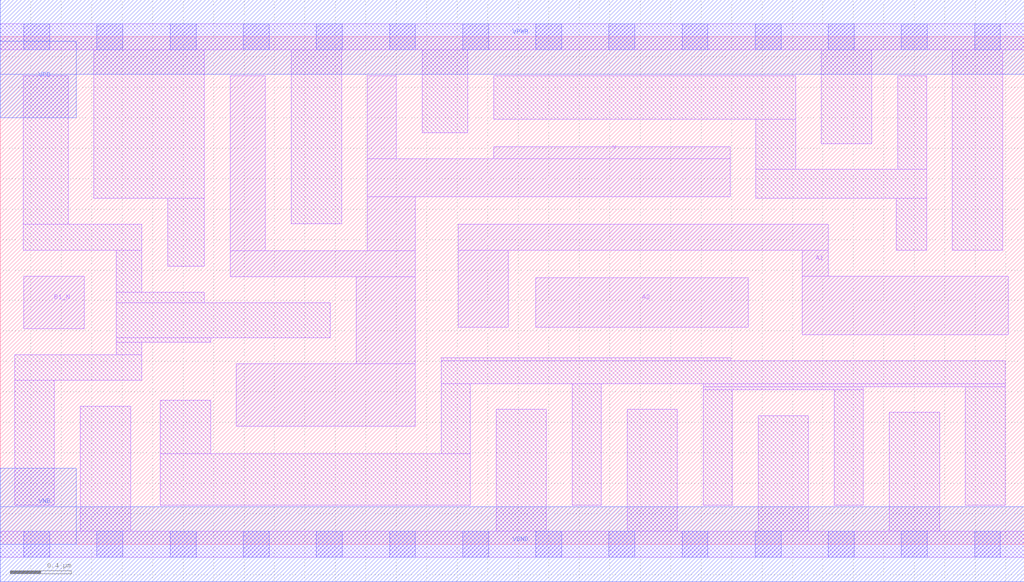
<source format=lef>
# Copyright 2020 The SkyWater PDK Authors
#
# Licensed under the Apache License, Version 2.0 (the "License");
# you may not use this file except in compliance with the License.
# You may obtain a copy of the License at
#
#     https://www.apache.org/licenses/LICENSE-2.0
#
# Unless required by applicable law or agreed to in writing, software
# distributed under the License is distributed on an "AS IS" BASIS,
# WITHOUT WARRANTIES OR CONDITIONS OF ANY KIND, either express or implied.
# See the License for the specific language governing permissions and
# limitations under the License.
#
# SPDX-License-Identifier: Apache-2.0

VERSION 5.5 ;
NAMESCASESENSITIVE ON ;
BUSBITCHARS "[]" ;
DIVIDERCHAR "/" ;
MACRO sky130_fd_sc_lp__o21bai_4
  CLASS CORE ;
  SOURCE USER ;
  ORIGIN  0.000000  0.000000 ;
  SIZE  6.720000 BY  3.330000 ;
  SYMMETRY X Y R90 ;
  SITE unit ;
  PIN A1
    ANTENNAGATEAREA  1.260000 ;
    DIRECTION INPUT ;
    USE SIGNAL ;
    PORT
      LAYER li1 ;
        RECT 3.005000 1.425000 3.335000 1.930000 ;
        RECT 3.005000 1.930000 5.435000 2.100000 ;
        RECT 5.265000 1.375000 6.615000 1.760000 ;
        RECT 5.265000 1.760000 5.435000 1.930000 ;
    END
  END A1
  PIN A2
    ANTENNAGATEAREA  1.260000 ;
    DIRECTION INPUT ;
    USE SIGNAL ;
    PORT
      LAYER li1 ;
        RECT 3.515000 1.425000 4.910000 1.750000 ;
    END
  END A2
  PIN B1_N
    ANTENNAGATEAREA  0.315000 ;
    DIRECTION INPUT ;
    USE SIGNAL ;
    PORT
      LAYER li1 ;
        RECT 0.155000 1.415000 0.550000 1.760000 ;
    END
  END B1_N
  PIN Y
    ANTENNADIFFAREA  1.881600 ;
    DIRECTION OUTPUT ;
    USE SIGNAL ;
    PORT
      LAYER li1 ;
        RECT 1.510000 1.755000 2.725000 1.925000 ;
        RECT 1.510000 1.925000 1.740000 3.075000 ;
        RECT 1.550000 0.775000 2.725000 1.185000 ;
        RECT 2.335000 1.185000 2.725000 1.755000 ;
        RECT 2.410000 1.925000 2.725000 2.280000 ;
        RECT 2.410000 2.280000 4.790000 2.530000 ;
        RECT 2.410000 2.530000 2.600000 3.075000 ;
        RECT 3.240000 2.530000 4.790000 2.610000 ;
    END
  END Y
  PIN VGND
    DIRECTION INOUT ;
    USE GROUND ;
    PORT
      LAYER met1 ;
        RECT 0.000000 -0.245000 6.720000 0.245000 ;
    END
  END VGND
  PIN VNB
    DIRECTION INOUT ;
    USE GROUND ;
    PORT
    END
  END VNB
  PIN VPB
    DIRECTION INOUT ;
    USE POWER ;
    PORT
    END
  END VPB
  PIN VNB
    DIRECTION INOUT ;
    USE GROUND ;
    PORT
      LAYER met1 ;
        RECT 0.000000 0.000000 0.500000 0.500000 ;
    END
  END VNB
  PIN VPB
    DIRECTION INOUT ;
    USE POWER ;
    PORT
      LAYER met1 ;
        RECT 0.000000 2.800000 0.500000 3.300000 ;
    END
  END VPB
  PIN VPWR
    DIRECTION INOUT ;
    USE POWER ;
    PORT
      LAYER met1 ;
        RECT 0.000000 3.085000 6.720000 3.575000 ;
    END
  END VPWR
  OBS
    LAYER li1 ;
      RECT 0.000000 -0.085000 6.720000 0.085000 ;
      RECT 0.000000  3.245000 6.720000 3.415000 ;
      RECT 0.095000  0.255000 0.355000 1.075000 ;
      RECT 0.095000  1.075000 0.930000 1.245000 ;
      RECT 0.150000  1.930000 0.930000 2.100000 ;
      RECT 0.150000  2.100000 0.445000 3.075000 ;
      RECT 0.525000  0.085000 0.855000 0.905000 ;
      RECT 0.615000  2.270000 1.340000 3.245000 ;
      RECT 0.760000  1.245000 0.930000 1.325000 ;
      RECT 0.760000  1.325000 1.380000 1.355000 ;
      RECT 0.760000  1.355000 2.165000 1.585000 ;
      RECT 0.760000  1.585000 1.340000 1.655000 ;
      RECT 0.760000  1.655000 0.930000 1.930000 ;
      RECT 1.050000  0.255000 3.085000 0.595000 ;
      RECT 1.050000  0.595000 1.380000 0.945000 ;
      RECT 1.100000  1.825000 1.340000 2.270000 ;
      RECT 1.910000  2.105000 2.240000 3.245000 ;
      RECT 2.770000  2.700000 3.070000 3.245000 ;
      RECT 2.895000  0.595000 3.085000 1.055000 ;
      RECT 2.895000  1.055000 6.595000 1.205000 ;
      RECT 2.895000  1.205000 4.795000 1.225000 ;
      RECT 3.240000  2.790000 5.220000 3.075000 ;
      RECT 3.255000  0.085000 3.585000 0.885000 ;
      RECT 3.755000  0.255000 3.945000 1.055000 ;
      RECT 4.115000  0.085000 4.445000 0.885000 ;
      RECT 4.615000  0.255000 4.805000 1.015000 ;
      RECT 4.615000  1.015000 5.665000 1.035000 ;
      RECT 4.615000  1.035000 6.595000 1.055000 ;
      RECT 4.960000  2.270000 6.080000 2.460000 ;
      RECT 4.960000  2.460000 5.220000 2.790000 ;
      RECT 4.975000  0.085000 5.305000 0.845000 ;
      RECT 5.390000  2.630000 5.720000 3.245000 ;
      RECT 5.475000  0.255000 5.665000 1.015000 ;
      RECT 5.835000  0.085000 6.165000 0.865000 ;
      RECT 5.880000  1.930000 6.080000 2.270000 ;
      RECT 5.890000  2.460000 6.080000 3.075000 ;
      RECT 6.250000  1.930000 6.580000 3.245000 ;
      RECT 6.335000  0.255000 6.595000 1.035000 ;
    LAYER mcon ;
      RECT 0.155000 -0.085000 0.325000 0.085000 ;
      RECT 0.155000  3.245000 0.325000 3.415000 ;
      RECT 0.635000 -0.085000 0.805000 0.085000 ;
      RECT 0.635000  3.245000 0.805000 3.415000 ;
      RECT 1.115000 -0.085000 1.285000 0.085000 ;
      RECT 1.115000  3.245000 1.285000 3.415000 ;
      RECT 1.595000 -0.085000 1.765000 0.085000 ;
      RECT 1.595000  3.245000 1.765000 3.415000 ;
      RECT 2.075000 -0.085000 2.245000 0.085000 ;
      RECT 2.075000  3.245000 2.245000 3.415000 ;
      RECT 2.555000 -0.085000 2.725000 0.085000 ;
      RECT 2.555000  3.245000 2.725000 3.415000 ;
      RECT 3.035000 -0.085000 3.205000 0.085000 ;
      RECT 3.035000  3.245000 3.205000 3.415000 ;
      RECT 3.515000 -0.085000 3.685000 0.085000 ;
      RECT 3.515000  3.245000 3.685000 3.415000 ;
      RECT 3.995000 -0.085000 4.165000 0.085000 ;
      RECT 3.995000  3.245000 4.165000 3.415000 ;
      RECT 4.475000 -0.085000 4.645000 0.085000 ;
      RECT 4.475000  3.245000 4.645000 3.415000 ;
      RECT 4.955000 -0.085000 5.125000 0.085000 ;
      RECT 4.955000  3.245000 5.125000 3.415000 ;
      RECT 5.435000 -0.085000 5.605000 0.085000 ;
      RECT 5.435000  3.245000 5.605000 3.415000 ;
      RECT 5.915000 -0.085000 6.085000 0.085000 ;
      RECT 5.915000  3.245000 6.085000 3.415000 ;
      RECT 6.395000 -0.085000 6.565000 0.085000 ;
      RECT 6.395000  3.245000 6.565000 3.415000 ;
  END
END sky130_fd_sc_lp__o21bai_4
END LIBRARY

</source>
